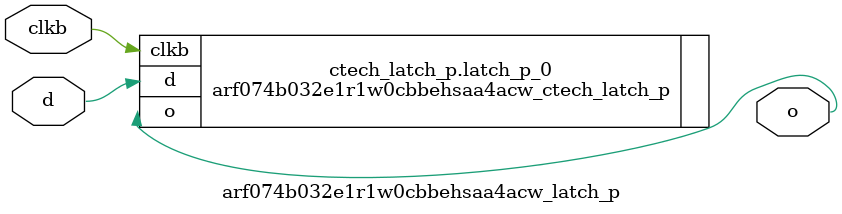
<source format=sv>

`ifndef ARF074B032E1R1W0CBBEHSAA4ACW_LATCH_P_SV
`define ARF074B032E1R1W0CBBEHSAA4ACW_LATCH_P_SV

module arf074b032e1r1w0cbbehsaa4acw_latch_p #
(
  parameter CTECH = 1
)
(
  output logic o,
  input  logic d,
  input  logic clkb
);

  if (CTECH == 1) begin: ctech_latch_p
    arf074b032e1r1w0cbbehsaa4acw_ctech_latch_p latch_p_0 (.o(o),.d(d),.clkb(clkb));
  end
  else begin
    always_latch begin
      if (~clkb) begin
        o <= d;
      end
    end
  end

endmodule // arf074b032e1r1w0cbbehsaa4acw_latch_p

`endif // ARF074B032E1R1W0CBBEHSAA4ACW_LATCH_P_SV
</source>
